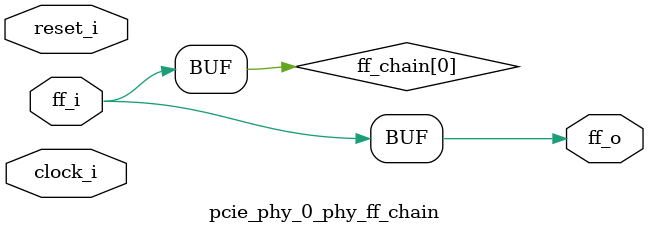
<source format=v>
/*****************************************************************************
** Description:
**    Flop Chain
**
******************************************************************************/

`timescale 1ps/1ps

`define AS_PHYREG(clk, reset, q, d, rstval)  \
   always @(posedge clk or posedge reset) begin \
      if (reset) \
         q  <= #(TCQ)   rstval;  \
      else  \
         q  <= #(TCQ)   d; \
   end

`define PHYREG(clk, reset, q, d, rstval)  \
   always @(posedge clk) begin \
      if (reset) \
         q  <= #(TCQ)   rstval;  \
      else  \
         q  <= #(TCQ)   d; \
   end

module pcie_phy_0_phy_ff_chain #(
   // Parameters
   parameter integer PIPELINE_STAGES   = 0,        // 0 = no pipeline; 1 = 1 stage; 2 = 2 stages; 3 = 3 stages
   parameter         ASYNC             = "FALSE",
   parameter integer FF_WIDTH          = 1,
   parameter integer RST_VAL           = 0,
   parameter integer TCQ               = 1
)  (   
   input  wire                         clock_i,          
   input  wire                         reset_i,           
   input  wire [FF_WIDTH-1:0]          ff_i,            
   output wire [FF_WIDTH-1:0]          ff_o        
   );

   genvar   var_i;

   reg   [FF_WIDTH-1:0]          ff_chain [PIPELINE_STAGES:0];

   always @(*) ff_chain[0] = ff_i;

generate
   if (PIPELINE_STAGES > 0) begin:  with_ff_chain
      for (var_i = 0; var_i < PIPELINE_STAGES; var_i = var_i + 1) begin: ff_chain_gen
         if (ASYNC == "TRUE") begin: async_rst
            `AS_PHYREG(clock_i, reset_i, ff_chain[var_i+1], ff_chain[var_i], RST_VAL)
         end else begin: sync_rst
            `PHYREG(clock_i, reset_i, ff_chain[var_i+1], ff_chain[var_i], RST_VAL)
         end
      end
   end
endgenerate

   assign ff_o = ff_chain[PIPELINE_STAGES];

endmodule

</source>
